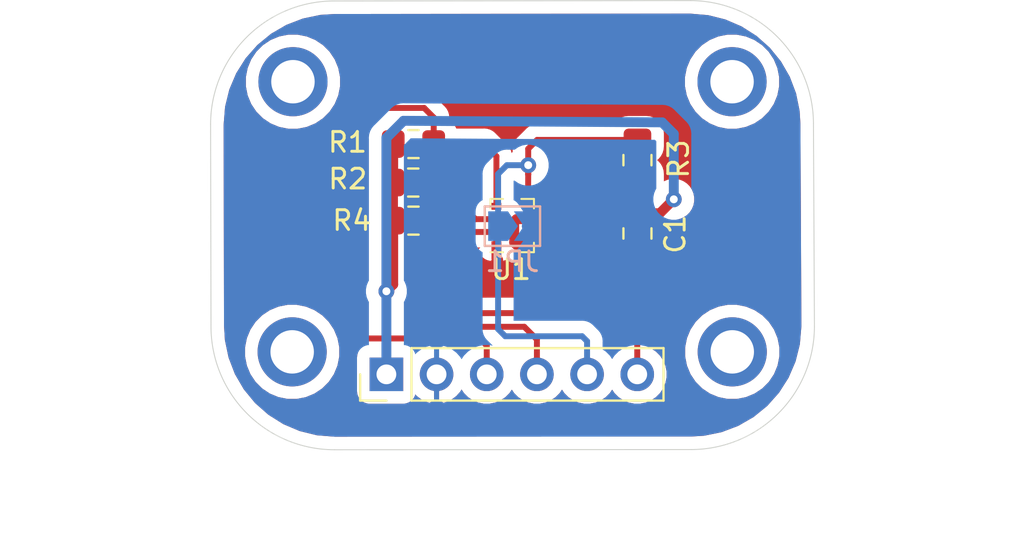
<source format=kicad_pcb>
(kicad_pcb (version 20221018) (generator pcbnew)
  (title_block (title "DPS310 Croquette") (date "2020-02-09") (rev "1.0v") (company "Electronic Cats") (comment 1 "Edgar Capuchino") (comment 2 "Eduardo Contreras"))
  (layers (0 "F.Cu" signal) (31 "B.Cu" signal) (34 "B.Paste" user) (35 "F.Paste" user) (36 "B.SilkS" user "B.Silkscreen") (37 "F.SilkS" user "F.Silkscreen") (38 "B.Mask" user) (39 "F.Mask" user) (44 "Edge.Cuts" user))
  (net 0 "")
  (net 1 "GND")
  (net 2 "VCC")
  (net 3 "/SCL_SCK")
  (net 4 "/SDI_SDA")
  (net 5 "/SDO_ADR")
  (net 6 "/CS")
  (footprint "Resistor_SMD:R_0805_2012Metric_Pad1.15x1.40mm_HandSolder" (layer "F.Cu") (at 120.76 81.63)
    (fp_text reference "R1" (at -3.34 -0.09) (layer "F.SilkS"))
    (fp_text value "10K")
    (fp_line (start -0.261252 -0.71) (end 0.261252 -0.71) (stroke (width 0.12)) (layer "F.SilkS"))
    (fp_line (start -0.261252 0.71) (end 0.261252 0.71) (stroke (width 0.12)) (layer "F.SilkS"))
    (pad "1" smd roundrect (at -1.025 0) (size 1.15 1.4) (layers "F.Cu" "F.Paste" "F.Mask") (roundrect_rratio 0.217391) (net 2 "VCC"))
    (pad "2" smd roundrect (at 1.025 0) (size 1.15 1.4) (layers "F.Cu" "F.Paste" "F.Mask") (roundrect_rratio 0.217391) (net 3 "/SCL_SCK"))
  )
  (footprint "Resistor_SMD:R_0805_2012Metric_Pad1.15x1.40mm_HandSolder" (layer "F.Cu") (at 120.75 83.58)
    (fp_text reference "R2" (at -3.315 -0.18) (layer "F.SilkS"))
    (fp_text value "10K")
    (fp_line (start -0.261252 -0.71) (end 0.261252 -0.71) (stroke (width 0.12)) (layer "F.SilkS"))
    (fp_line (start -0.261252 0.71) (end 0.261252 0.71) (stroke (width 0.12)) (layer "F.SilkS"))
    (pad "1" smd roundrect (at -1.025 0) (size 1.15 1.4) (layers "F.Cu" "F.Paste" "F.Mask") (roundrect_rratio 0.217391) (net 2 "VCC"))
    (pad "2" smd roundrect (at 1.025 0) (size 1.15 1.4) (layers "F.Cu" "F.Paste" "F.Mask") (roundrect_rratio 0.217391) (net 4 "/SDI_SDA"))
  )
  (footprint "Resistor_SMD:R_0805_2012Metric_Pad1.15x1.40mm_HandSolder" (layer "F.Cu") (at 132.1 82.445 90)
    (fp_text reference "R3" (at 0.06 2.08 90) (layer "F.SilkS"))
    (fp_text value "100K")
    (fp_line (start -0.261252 -0.71) (end 0.261252 -0.71) (stroke (width 0.12)) (layer "F.SilkS"))
    (fp_line (start -0.261252 0.71) (end 0.261252 0.71) (stroke (width 0.12)) (layer "F.SilkS"))
    (pad "1" smd roundrect (at -1.025 0 90) (size 1.15 1.4) (layers "F.Cu" "F.Paste" "F.Mask") (roundrect_rratio 0.217391) (net 2 "VCC"))
    (pad "2" smd roundrect (at 1.025 0 90) (size 1.15 1.4) (layers "F.Cu" "F.Paste" "F.Mask") (roundrect_rratio 0.217391) (net 5 "/SDO_ADR"))
  )
  (footprint "Package_LGA:Bosch_LGA-8_2x2.5mm_P0.65mm_ClockwisePinNumbering" (layer "F.Cu") (at 125.76 85.76 90)
    (fp_text reference "U1" (at -2.23 -0.06 180) (layer "F.SilkS"))
    (fp_text value "DPS310")
    (fp_line (start -1.35 -0.46) (end -1.35 -1.1) (stroke (width 0.1)) (layer "F.SilkS"))
    (fp_line (start -1.35 1.1) (end -1.35 0.46) (stroke (width 0.1)) (layer "F.SilkS"))
    (fp_line (start -1.35 1.1) (end -0.87 1.1) (stroke (width 0.1)) (layer "F.SilkS"))
    (fp_line (start 0.87 -1.1) (end 1.35 -1.1) (stroke (width 0.1)) (layer "F.SilkS"))
    (fp_line (start 0.87 1.1) (end 1.35 1.1) (stroke (width 0.1)) (layer "F.SilkS"))
    (fp_line (start 1.35 -0.46) (end 1.35 -1.1) (stroke (width 0.1)) (layer "F.SilkS"))
    (fp_line (start 1.35 1.1) (end 1.35 0.46) (stroke (width 0.1)) (layer "F.SilkS"))
    (pad "1" smd rect (at -0.975 -0.8 180) (size 0.5 0.35) (layers "F.Cu" "F.Paste" "F.Mask") (net 1 "GND"))
    (pad "2" smd rect (at -0.325 -0.8 180) (size 0.5 0.35) (layers "F.Cu" "F.Paste" "F.Mask") (net 6 "/CS"))
    (pad "3" smd rect (at 0.325 -0.8 180) (size 0.5 0.35) (layers "F.Cu" "F.Paste" "F.Mask") (net 4 "/SDI_SDA"))
    (pad "4" smd rect (at 0.975 -0.8 180) (size 0.5 0.35) (layers "F.Cu" "F.Paste" "F.Mask") (net 3 "/SCL_SCK"))
    (pad "5" smd rect (at 0.975 0.8 180) (size 0.5 0.35) (layers "F.Cu" "F.Paste" "F.Mask") (net 5 "/SDO_ADR"))
    (pad "6" smd rect (at 0.325 0.8 180) (size 0.5 0.35) (layers "F.Cu" "F.Paste" "F.Mask") (net 2 "VCC"))
    (pad "7" smd rect (at -0.325 0.8 180) (size 0.5 0.35) (layers "F.Cu" "F.Paste" "F.Mask") (net 1 "GND"))
    (pad "8" smd rect (at -0.975 0.8 180) (size 0.5 0.35) (layers "F.Cu" "F.Paste" "F.Mask") (net 2 "VCC"))
  )
  (footprint "Connector_PinHeader_2.54mm:PinHeader_1x06_P2.54mm_Vertical" (layer "F.Cu") (at 119.39 93.3 90)
    (fp_text reference "J1")
    (fp_text value "Screw_Terminal_01x06")
    (fp_line (start -1.33 -1.33) (end 0 -1.33) (stroke (width 0.12)) (layer "F.SilkS"))
    (fp_line (start -1.33 0) (end -1.33 -1.33) (stroke (width 0.12)) (layer "F.SilkS"))
    (fp_line (start -1.33 1.27) (end -1.33 14.03) (stroke (width 0.12)) (layer "F.SilkS"))
    (fp_line (start -1.33 1.27) (end 1.33 1.27) (stroke (width 0.12)) (layer "F.SilkS"))
    (fp_line (start -1.33 14.03) (end 1.33 14.03) (stroke (width 0.12)) (layer "F.SilkS"))
    (fp_line (start 1.33 1.27) (end 1.33 14.03) (stroke (width 0.12)) (layer "F.SilkS"))
    (pad "1" thru_hole rect (at 0 0 90) (size 1.7 1.7) (drill 1) (layers "*.Cu" "*.Mask") (net 2 "VCC"))
    (pad "2" thru_hole oval (at 0 2.54 90) (size 1.7 1.7) (drill 1) (layers "*.Cu" "*.Mask") (net 1 "GND"))
    (pad "3" thru_hole oval (at 0 5.08 90) (size 1.7 1.7) (drill 1) (layers "*.Cu" "*.Mask") (net 3 "/SCL_SCK"))
    (pad "4" thru_hole oval (at 0 7.62 90) (size 1.7 1.7) (drill 1) (layers "*.Cu" "*.Mask") (net 4 "/SDI_SDA"))
    (pad "5" thru_hole oval (at 0 10.16 90) (size 1.7 1.7) (drill 1) (layers "*.Cu" "*.Mask") (net 5 "/SDO_ADR"))
    (pad "6" thru_hole oval (at 0 12.7 90) (size 1.7 1.7) (drill 1) (layers "*.Cu" "*.Mask") (net 6 "/CS"))
  )
  (footprint "Capacitor_SMD:C_0805_2012Metric_Pad1.15x1.40mm_HandSolder" (layer "F.Cu") (at 120.76 85.51)
    (fp_text reference "R4" (at -3.12 -0.01) (layer "F.SilkS"))
    (fp_text value "10K")
    (fp_line (start -0.261252 -0.71) (end 0.261252 -0.71) (stroke (width 0.12)) (layer "F.SilkS"))
    (fp_line (start -0.261252 0.71) (end 0.261252 0.71) (stroke (width 0.12)) (layer "F.SilkS"))
    (pad "1" smd roundrect (at -1.025 0) (size 1.15 1.4) (layers "F.Cu" "F.Paste" "F.Mask") (roundrect_rratio 0.217391) (net 2 "VCC"))
    (pad "2" smd roundrect (at 1.025 0) (size 1.15 1.4) (layers "F.Cu" "F.Paste" "F.Mask") (roundrect_rratio 0.217391) (net 6 "/CS"))
  )
  (footprint "MountingHole:MountingHole_2.2mm_M2_ISO7380_Pad" (layer "F.Cu") (at 136.9 92.16)
    (fp_text reference "REF**")
    (fp_text value "MountingHole_2.2mm_M2_ISO7380_Pad")
    (pad "1" thru_hole circle (at 0 0) (size 3.5 3.5) (drill 2.2) (layers "*.Cu" "*.Mask"))
  )
  (footprint "MountingHole:MountingHole_2.2mm_M2_ISO7380_Pad" (layer "F.Cu") (at 114.62 92.16)
    (fp_text reference "REF**")
    (fp_text value "MountingHole_2.2mm_M2_ISO7380_Pad")
    (pad "1" thru_hole circle (at 0 0) (size 3.5 3.5) (drill 2.2) (layers "*.Cu" "*.Mask"))
  )
  (footprint "MountingHole:MountingHole_2.2mm_M2_ISO7380_Pad" (layer "F.Cu") (at 114.66 78.47)
    (fp_text reference "REF**")
    (fp_text value "MountingHole_2.2mm_M2_ISO7380_Pad")
    (pad "1" thru_hole circle (at 0 0) (size 3.5 3.5) (drill 2.2) (layers "*.Cu" "*.Mask"))
  )
  (footprint "MountingHole:MountingHole_2.2mm_M2_ISO7380_Pad" (layer "F.Cu") (at 136.89 78.47)
    (fp_text reference "REF**")
    (fp_text value "MountingHole_2.2mm_M2_ISO7380_Pad")
    (pad "1" thru_hole circle (at 0 0) (size 3.5 3.5) (drill 2.2) (layers "*.Cu" "*.Mask"))
  )
  (footprint "Capacitor_SMD:C_0805_2012Metric_Pad1.15x1.40mm_HandSolder" (layer "F.Cu") (at 132.1 86.16 -90)
    (fp_text reference "C1" (at 0.04 -1.91 90) (layer "F.SilkS"))
    (fp_text value "0.1uF")
    (fp_line (start -0.261252 -0.71) (end 0.261252 -0.71) (stroke (width 0.12)) (layer "F.SilkS"))
    (fp_line (start -0.261252 0.71) (end 0.261252 0.71) (stroke (width 0.12)) (layer "F.SilkS"))
    (pad "1" smd roundrect (at -1.025 0 270) (size 1.15 1.4) (layers "F.Cu" "F.Paste" "F.Mask") (roundrect_rratio 0.217391) (net 2 "VCC"))
    (pad "2" smd roundrect (at 1.025 0 270) (size 1.15 1.4) (layers "F.Cu" "F.Paste" "F.Mask") (roundrect_rratio 0.217391) (net 1 "GND"))
  )
  (footprint "Jumper:SolderJumper-2_P1.3mm_Open_TrianglePad1.0x1.5mm" (layer "B.Cu") (at 125.77 85.79)
    (fp_text reference "JP1" (at 0 1.8) (layer "B.SilkS") (effects (justify mirror)))
    (fp_text value "Jumper")
    (fp_line (start -1.4 -1) (end -1.4 1) (stroke (width 0.12)) (layer "B.SilkS"))
    (fp_line (start -1.4 1) (end 1.4 1) (stroke (width 0.12)) (layer "B.SilkS"))
    (fp_line (start 1.4 -1) (end -1.4 -1) (stroke (width 0.12)) (layer "B.SilkS"))
    (fp_line (start 1.4 1) (end 1.4 -1) (stroke (width 0.12)) (layer "B.SilkS"))
    (pad "1" smd custom (at -0.725 0) (size 0.3 0.3) (layers "B.Cu" "B.Mask") (net 5 "/SDO_ADR") (options (clearance outline) (anchor rect)) (primitives (gr_poly (pts (xy 1 0) (xy 0.5 0.75) (xy -0.5 0.75) (xy -0.5 -0.75) (xy 0.5 -0.75)) (width 0) (fill yes))))
    (pad "2" smd custom (at 0.725 0) (size 0.3 0.3) (layers "B.Cu" "B.Mask") (net 1 "GND") (options (clearance outline) (anchor rect)) (primitives (gr_poly (pts (xy 0.5 0.75) (xy -0.65 0.75) (xy -0.15 0) (xy -0.65 -0.75) (xy 0.5 -0.75)) (width 0) (fill yes))))
  )
  (gr_arc (start 141.06 90.89) (mid 139.226172 95.283398) (end 134.830037 97.110655) (stroke (width 0.05)) (layer "Edge.Cuts"))
  (gr_arc (start 116.76 97.120006) (mid 112.337043 95.285885) (end 110.51 90.86) (stroke (width 0.05)) (layer "Edge.Cuts"))
  (gr_line (start 134.79 74.36) (end 116.75 74.38) (stroke (width 0.05)) (layer "Edge.Cuts"))
  (gr_line (start 141.010655 80.589963) (end 141.06 90.89) (stroke (width 0.05)) (layer "Edge.Cuts"))
  (gr_line (start 116.76 97.120006) (end 134.830037 97.110655) (stroke (width 0.05)) (layer "Edge.Cuts"))
  (gr_line (start 110.51 90.86) (end 110.489994 80.63) (stroke (width 0.05)) (layer "Edge.Cuts"))
  (gr_arc (start 134.79 74.36) (mid 139.183398 76.193828) (end 141.010655 80.589963) (stroke (width 0.05)) (layer "Edge.Cuts"))
  (gr_arc (start 110.489994 80.63) (mid 112.324115 76.207043) (end 116.75 74.38) (stroke (width 0.05)) (layer "Edge.Cuts"))
  (segment (start 127.11 86.085) (end 127.125 86.07) (width 0.3) (layer "F.Cu") (net 1))
  (segment (start 126.56 86.085) (end 127.11 86.085) (width 0.3) (layer "F.Cu") (net 1))
  (segment (start 124.96 86.735) (end 124.96 87.41) (width 0.5) (layer "F.Cu") (net 1))
  (segment (start 127.125 86.07) (end 127.53 86.07) (width 0.3) (layer "F.Cu") (net 1))
  (segment (start 127.64 86.18) (end 129.07 86.16) (width 0.5) (layer "F.Cu") (net 1))
  (segment (start 124.96 87.41) (end 125.05 87.5) (width 0.5) (layer "F.Cu") (net 1))
  (segment (start 127.53 86.07) (end 127.64 86.18) (width 0.5) (layer "F.Cu") (net 1))
  (segment (start 126.885 86.18) (end 126.495 85.79) (width 0.5) (layer "B.Cu") (net 1))
  (segment (start 127.64 86.18) (end 126.885 86.18) (width 0.5) (layer "B.Cu") (net 1))
  (segment (start 132.1 83.47) (end 132.1 85.135) (width 0.5) (layer "F.Cu") (net 2))
  (segment (start 119.725 85.5) (end 119.735 85.51) (width 0.5) (layer "F.Cu") (net 2))
  (segment (start 125.974998 86.735) (end 125.859999 86.620001) (width 0.5) (layer "F.Cu") (net 2))
  (segment (start 119.735 85.51) (end 119.735 88.745) (width 0.5) (layer "F.Cu") (net 2))
  (segment (start 127.445002 85.135) (end 127.145002 85.435) (width 0.5) (layer "F.Cu") (net 2))
  (segment (start 125.859999 86.620001) (end 125.859999 85.549999) (width 0.5) (layer "F.Cu") (net 2))
  (segment (start 119.685338 85.559662) (end 119.685338 85.708977) (width 0.5) (layer "F.Cu") (net 2))
  (segment (start 119.735 88.745) (end 119.39 89.09) (width 0.5) (layer "F.Cu") (net 2))
  (segment (start 119.725 83.58) (end 119.725 85.5) (width 0.5) (layer "F.Cu") (net 2))
  (segment (start 119.735 85.51) (end 119.685338 85.559662) (width 0.5) (layer "F.Cu") (net 2))
  (segment (start 119.735 81.63) (end 119.735 83.57) (width 0.5) (layer "F.Cu") (net 2))
  (segment (start 119.735 83.57) (end 119.725 83.58) (width 0.5) (layer "F.Cu") (net 2))
  (segment (start 127.145002 85.435) (end 126.56 85.435) (width 0.5) (layer "F.Cu") (net 2))
  (segment (start 126.56 86.735) (end 125.974998 86.735) (width 0.5) (layer "F.Cu") (net 2))
  (segment (start 132.1 85.135) (end 127.445002 85.135) (width 0.5) (layer "F.Cu") (net 2))
  (segment (start 125.859999 85.549999) (end 125.974998 85.435) (width 0.5) (layer "F.Cu") (net 2))
  (segment (start 133.235 85.135) (end 133.94 84.43) (width 0.5) (layer "F.Cu") (net 2))
  (segment (start 125.974998 85.435) (end 126.56 85.435) (width 0.5) (layer "F.Cu") (net 2))
  (segment (start 132.1 85.135) (end 133.235 85.135) (width 0.5) (layer "F.Cu") (net 2))
  (via (at 119.39 89.09) (size 0.8) (drill 0.4) (layers "F.Cu" "B.Cu") (net 2))
  (via (at 133.94 84.43) (size 0.8) (drill 0.4) (layers "F.Cu" "B.Cu") (net 2))
  (segment (start 120.26 80.45) (end 133.35 80.53) (width 0.5) (layer "B.Cu") (net 2))
  (segment (start 133.35 80.53) (end 133.94 81.12) (width 0.5) (layer "B.Cu") (net 2))
  (segment (start 119.39 93.3) (end 119.39 89.09) (width 0.5) (layer "B.Cu") (net 2))
  (segment (start 119.39 81.32) (end 120.26 80.45) (width 0.5) (layer "B.Cu") (net 2))
  (segment (start 119.39 89.09) (end 119.39 81.32) (width 0.5) (layer "B.Cu") (net 2))
  (segment (start 133.94 81.12) (end 133.94 84.43) (width 0.5) (layer "B.Cu") (net 2))
  (segment (start 118.2 91.48) (end 117.82 91.1) (width 0.3) (layer "F.Cu") (net 3))
  (segment (start 117.747212 80.212788) (end 118.16 79.8) (width 0.3) (layer "F.Cu") (net 3))
  (segment (start 121.785 80.285) (end 121.785 81.63) (width 0.3) (layer "F.Cu") (net 3))
  (segment (start 124.47 91.84) (end 124.11 91.48) (width 0.3) (layer "F.Cu") (net 3))
  (segment (start 118.16 79.8) (end 121.3 79.8) (width 0.3) (layer "F.Cu") (net 3))
  (segment (start 121.3 79.8) (end 121.785 80.285) (width 0.3) (layer "F.Cu") (net 3))
  (segment (start 124.47 93.3) (end 124.47 91.84) (width 0.3) (layer "F.Cu") (net 3))
  (segment (start 124.34 81.63) (end 121.785 81.63) (width 0.3) (layer "F.Cu") (net 3))
  (segment (start 117.82 88.61) (end 117.747212 82.597212) (width 0.3) (layer "F.Cu") (net 3))
  (segment (start 124.96 84.785) (end 124.96 82.25) (width 0.3) (layer "F.Cu") (net 3))
  (segment (start 124.96 82.25) (end 124.34 81.63) (width 0.3) (layer "F.Cu") (net 3))
  (segment (start 124.11 91.48) (end 118.2 91.48) (width 0.3) (layer "F.Cu") (net 3))
  (segment (start 117.82 91.1) (end 117.82 88.61) (width 0.3) (layer "F.Cu") (net 3))
  (segment (start 117.747212 82.597212) (end 117.747212 80.212788) (width 0.3) (layer "F.Cu") (net 3))
  (segment (start 121.44 90.89) (end 120.73 90.18) (width 0.3) (layer "F.Cu") (net 4))
  (segment (start 127.01 93.3) (end 127.01 91.53) (width 0.3) (layer "F.Cu") (net 4))
  (segment (start 120.7 84.08) (end 120.73 90.18) (width 0.3) (layer "F.Cu") (net 4))
  (segment (start 121.2 83.58) (end 120.7 84.08) (width 0.3) (layer "F.Cu") (net 4))
  (segment (start 123.905 85.435) (end 123.57 85.1) (width 0.3) (layer "F.Cu") (net 4))
  (segment (start 127.01 91.53) (end 126.37 90.89) (width 0.3) (layer "F.Cu") (net 4))
  (segment (start 124.96 85.435) (end 123.905 85.435) (width 0.3) (layer "F.Cu") (net 4))
  (segment (start 126.37 90.89) (end 121.44 90.89) (width 0.3) (layer "F.Cu") (net 4))
  (segment (start 121.775 83.58) (end 121.2 83.58) (width 0.3) (layer "F.Cu") (net 4))
  (segment (start 123.2 83.58) (end 121.775 83.58) (width 0.3) (layer "F.Cu") (net 4))
  (segment (start 123.57 85.1) (end 123.57 83.95) (width 0.3) (layer "F.Cu") (net 4))
  (segment (start 123.57 83.95) (end 123.2 83.58) (width 0.3) (layer "F.Cu") (net 4))
  (segment (start 126.56 84.785) (end 126.57 83.17) (width 0.3) (layer "F.Cu") (net 5))
  (segment (start 126.57 83.17) (end 126.56 82.71) (width 0.3) (layer "F.Cu") (net 5))
  (segment (start 126.56 82.71) (end 126.57 82.7) (width 0.3) (layer "F.Cu") (net 5))
  (segment (start 126.57 81.87) (end 126.57 83.17) (width 0.3) (layer "F.Cu") (net 5))
  (segment (start 127.02 81.42) (end 126.57 81.87) (width 0.3) (layer "F.Cu") (net 5))
  (segment (start 132.1 81.42) (end 127.02 81.42) (width 0.3) (layer "F.Cu") (net 5))
  (via (at 126.57 82.7) (size 0.8) (drill 0.4) (layers "F.Cu" "B.Cu") (net 5))
  (segment (start 129.55 93.3) (end 129.55 91.62) (width 0.3) (layer "B.Cu") (net 5))
  (segment (start 125.045 83.145) (end 125.49 82.7) (width 0.3) (layer "B.Cu") (net 5))
  (segment (start 125.41 91.37) (end 125.045 91.005) (width 0.3) (layer "B.Cu") (net 5))
  (segment (start 125.045 91.005) (end 125.045 85.79) (width 0.3) (layer "B.Cu") (net 5))
  (segment (start 129.3 91.37) (end 125.41 91.37) (width 0.3) (layer "B.Cu") (net 5))
  (segment (start 125.045 85.79) (end 125.045 83.145) (width 0.3) (layer "B.Cu") (net 5))
  (segment (start 125.49 82.7) (end 126.57 82.7) (width 0.3) (layer "B.Cu") (net 5))
  (segment (start 129.55 91.62) (end 129.3 91.37) (width 0.3) (layer "B.Cu") (net 5))
  (segment (start 122.13 90.2) (end 121.77 89.84) (width 0.3) (layer "F.Cu") (net 6))
  (segment (start 121.77 89.84) (end 121.785 88.975) (width 0.3) (layer "F.Cu") (net 6))
  (segment (start 124.96 86.085) (end 123.445 86.085) (width 0.3) (layer "F.Cu") (net 6))
  (segment (start 131.44 90.19) (end 122.13 90.2) (width 0.3) (layer "F.Cu") (net 6))
  (segment (start 132.09 90.84) (end 131.44 90.19) (width 0.3) (layer "F.Cu") (net 6))
  (segment (start 123.445 86.085) (end 122.87 85.51) (width 0.3) (layer "F.Cu") (net 6))
  (segment (start 121.785 88.975) (end 121.785 85.51) (width 0.3) (layer "F.Cu") (net 6))
  (segment (start 132.09 93.3) (end 132.09 90.84) (width 0.3) (layer "F.Cu") (net 6))
  (segment (start 122.87 85.51) (end 121.785 85.51) (width 0.3) (layer "F.Cu") (net 6))
  (zone (net 1) (net_name "GND") (layer "F.Cu") (connect_pads (clearance 0.508)) (min_thickness 0.254) (fill yes (thermal_gap 0.508) (thermal_bridge_width 0.508))
    (polygon (pts (xy 110.44 74.33) (xy 141.03 74.36) (xy 141.06 97.12) (xy 110.48 97.15)))
  )
  (zone (net 1) (net_name "GND") (layer "B.Cu") (connect_pads (clearance 0.508)) (min_thickness 0.254) (fill yes (thermal_gap 0.508) (thermal_bridge_width 0.508))
    (polygon (pts (xy 141.03 74.36) (xy 141.035014 85.756253) (xy 141.06 97.12) (xy 127.944489 97.115711) (xy 110.48 97.15) (xy 110.48 97.11) (xy 110.44 74.35) (xy 110.48 74.350039) (xy 110.48 74.33) (xy 115.06 74.33)))
  )
)
</source>
